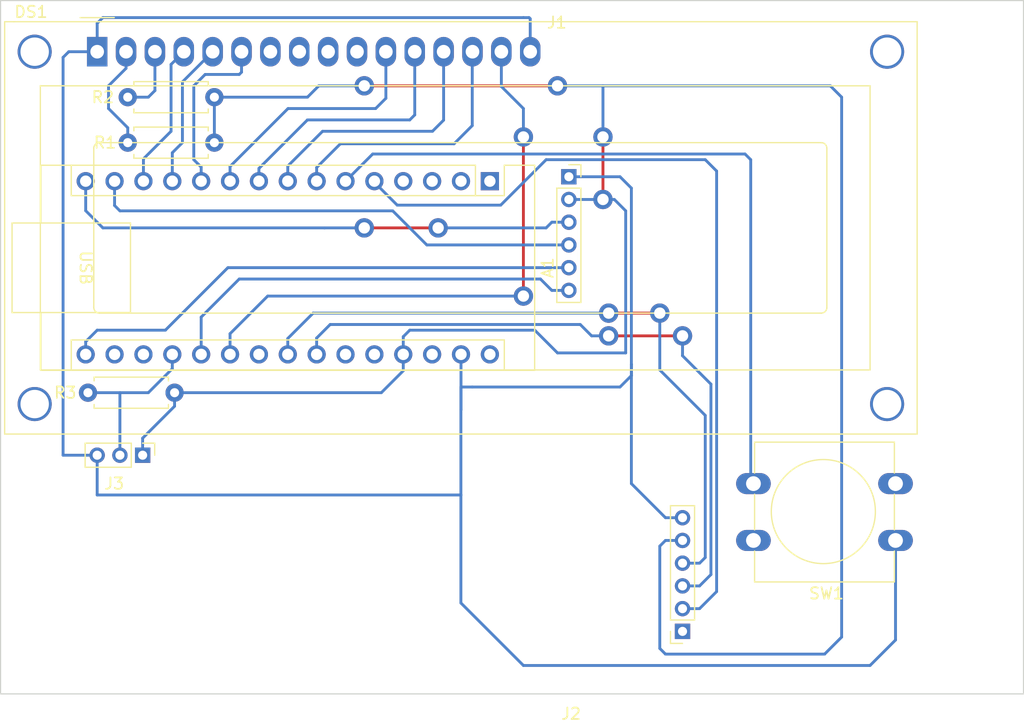
<source format=kicad_pcb>
(kicad_pcb (version 20221018) (generator pcbnew)
  (layers (0 "F.Cu" signal) (31 "B.Cu" signal) (34 "B.Paste" user) (35 "F.Paste" user) (36 "B.SilkS" user "B.Silkscreen") (37 "F.SilkS" user "F.Silkscreen") (38 "B.Mask" user) (39 "F.Mask" user) (44 "Edge.Cuts" user))
  (net 0 "")
  (net 4 "GND")
  (net 5 "SQW")
  (net 6 "Net-(A1-D3)")
  (net 7 "/LCD7")
  (net 8 "/LCD6")
  (net 9 "/LCD5")
  (net 10 "/LCD4")
  (net 11 "/LCDE")
  (net 12 "/LCDRW")
  (net 13 "/LCDRS")
  (net 14 "MOSI")
  (net 15 "MISO")
  (net 16 "SCK")
  (net 19 "/DHTDATA")
  (net 20 "CS")
  (net 21 "A02")
  (net 23 "SDA")
  (net 24 "SCL")
  (net 27 "+5V")
  (net 30 "Net-(DS1-VDD)")
  (net 31 "Net-(DS1-VO)")
  (footprint "Connector_PinSocket_2.00mm:PinSocket_1x06_P2.00mm_Vertical" (layer "F.Cu") (at 144 65)
    (fp_text reference "J1" (at -1.06 -13.56) (layer "F.SilkS"))
    (fp_text value "SD card module")
    (fp_line (start -1.06 1) (end -1.06 11.06) (stroke (width 0.12)) (layer "F.SilkS"))
    (fp_line (start -1.06 1) (end 1.06 1) (stroke (width 0.12)) (layer "F.SilkS"))
    (fp_line (start -1.06 11.06) (end 1.06 11.06) (stroke (width 0.12)) (layer "F.SilkS"))
    (fp_line (start 0 -1.06) (end 1.06 -1.06) (stroke (width 0.12)) (layer "F.SilkS"))
    (fp_line (start 1.06 -1.06) (end 1.06 0) (stroke (width 0.12)) (layer "F.SilkS"))
    (fp_line (start 1.06 1) (end 1.06 11.06) (stroke (width 0.12)) (layer "F.SilkS"))
    (pad "1" thru_hole rect (at 0 0) (size 1.35 1.35) (drill 0.8) (layers "*.Cu" "*.Mask") (net 4 "GND"))
    (pad "2" thru_hole oval (at 0 2) (size 1.35 1.35) (drill 0.8) (layers "*.Cu" "*.Mask") (net 27 "+5V"))
    (pad "3" thru_hole oval (at 0 4) (size 1.35 1.35) (drill 0.8) (layers "*.Cu" "*.Mask") (net 15 "MISO"))
    (pad "4" thru_hole oval (at 0 6) (size 1.35 1.35) (drill 0.8) (layers "*.Cu" "*.Mask") (net 14 "MOSI"))
    (pad "5" thru_hole oval (at 0 8) (size 1.35 1.35) (drill 0.8) (layers "*.Cu" "*.Mask") (net 16 "SCK"))
    (pad "6" thru_hole oval (at 0 10) (size 1.35 1.35) (drill 0.8) (layers "*.Cu" "*.Mask") (net 20 "CS"))
  )
  (footprint "Resistor_THT:R_Axial_DIN0207_L6.3mm_D2.5mm_P7.62mm_Horizontal" (layer "F.Cu") (at 112.81 58 180)
    (fp_text reference "R2" (at 9.81 0) (layer "F.SilkS"))
    (fp_text value "220")
    (fp_line (start 0.54 -1.37) (end 7.08 -1.37) (stroke (width 0.12)) (layer "F.SilkS"))
    (fp_line (start 0.54 -1.04) (end 0.54 -1.37) (stroke (width 0.12)) (layer "F.SilkS"))
    (fp_line (start 0.54 1.04) (end 0.54 1.37) (stroke (width 0.12)) (layer "F.SilkS"))
    (fp_line (start 0.54 1.37) (end 7.08 1.37) (stroke (width 0.12)) (layer "F.SilkS"))
    (fp_line (start 7.08 -1.37) (end 7.08 -1.04) (stroke (width 0.12)) (layer "F.SilkS"))
    (fp_line (start 7.08 1.37) (end 7.08 1.04) (stroke (width 0.12)) (layer "F.SilkS"))
    (pad "1" thru_hole circle (at 0 0 180) (size 1.6 1.6) (drill 0.8) (layers "*.Cu" "*.Mask") (net 27 "+5V"))
    (pad "2" thru_hole oval (at 7.62 0 180) (size 1.6 1.6) (drill 0.8) (layers "*.Cu" "*.Mask") (net 31 "Net-(DS1-VO)"))
  )
  (footprint "Module:Arduino_Nano" (layer "F.Cu") (at 137.05 65.39 -90)
    (fp_text reference "A1" (at 7.62 -5.08 90) (layer "F.SilkS"))
    (fp_text value "Arduino_Nano_v3.x")
    (fp_text user "USB" (at 7.62 35.56 -90 unlocked) (layer "F.SilkS"))
    (fp_line (start -1.4 -3.94) (end -1.4 -1.27) (stroke (width 0.12)) (layer "F.SilkS"))
    (fp_line (start -1.4 1.27) (end -1.4 39.5) (stroke (width 0.12)) (layer "F.SilkS"))
    (fp_line (start -1.4 39.5) (end 3.68 39.5) (stroke (width 0.12)) (layer "F.SilkS"))
    (fp_line (start 1.27 -1.27) (end -1.4 -1.27) (stroke (width 0.12)) (layer "F.SilkS"))
    (fp_line (start 1.27 1.27) (end -1.4 1.27) (stroke (width 0.12)) (layer "F.SilkS"))
    (fp_line (start 1.27 1.27) (end 1.27 -1.27) (stroke (width 0.12)) (layer "F.SilkS"))
    (fp_line (start 1.27 1.27) (end 1.27 36.83) (stroke (width 0.12)) (layer "F.SilkS"))
    (fp_line (start 1.27 36.83) (end -1.4 36.83) (stroke (width 0.12)) (layer "F.SilkS"))
    (fp_line (start 3.68 31.62) (end 11.56 31.62) (stroke (width 0.12)) (layer "F.SilkS"))
    (fp_line (start 3.68 42.04) (end 3.68 31.62) (stroke (width 0.12)) (layer "F.SilkS"))
    (fp_line (start 11.56 31.62) (end 11.56 42.04) (stroke (width 0.12)) (layer "F.SilkS"))
    (fp_line (start 11.56 42.04) (end 3.68 42.04) (stroke (width 0.12)) (layer "F.SilkS"))
    (fp_line (start 13.97 -1.27) (end 13.97 36.83) (stroke (width 0.12)) (layer "F.SilkS"))
    (fp_line (start 13.97 -1.27) (end 16.64 -1.27) (stroke (width 0.12)) (layer "F.SilkS"))
    (fp_line (start 13.97 36.83) (end 16.64 36.83) (stroke (width 0.12)) (layer "F.SilkS"))
    (fp_line (start 16.64 -3.94) (end -1.4 -3.94) (stroke (width 0.12)) (layer "F.SilkS"))
    (fp_line (start 16.64 39.5) (end 11.56 39.5) (stroke (width 0.12)) (layer "F.SilkS"))
    (fp_line (start 16.64 39.5) (end 16.64 -3.94) (stroke (width 0.12)) (layer "F.SilkS"))
    (pad "1" thru_hole rect (at 0 0 270) (size 1.6 1.6) (drill 1) (layers "*.Cu" "*.Mask"))
    (pad "2" thru_hole oval (at 0 2.54 270) (size 1.6 1.6) (drill 1) (layers "*.Cu" "*.Mask"))
    (pad "3" thru_hole oval (at 0 5.08 270) (size 1.6 1.6) (drill 1) (layers "*.Cu" "*.Mask"))
    (pad "4" thru_hole oval (at 0 7.62 270) (size 1.6 1.6) (drill 1) (layers "*.Cu" "*.Mask"))
    (pad "5" thru_hole oval (at 0 10.16 270) (size 1.6 1.6) (drill 1) (layers "*.Cu" "*.Mask") (net 5 "SQW"))
    (pad "6" thru_hole oval (at 0 12.7 270) (size 1.6 1.6) (drill 1) (layers "*.Cu" "*.Mask") (net 6 "Net-(A1-D3)"))
    (pad "7" thru_hole oval (at 0 15.24 270) (size 1.6 1.6) (drill 1) (layers "*.Cu" "*.Mask") (net 7 "/LCD7"))
    (pad "8" thru_hole oval (at 0 17.78 270) (size 1.6 1.6) (drill 1) (layers "*.Cu" "*.Mask") (net 8 "/LCD6"))
    (pad "9" thru_hole oval (at 0 20.32 270) (size 1.6 1.6) (drill 1) (layers "*.Cu" "*.Mask") (net 9 "/LCD5"))
    (pad "10" thru_hole oval (at 0 22.86 270) (size 1.6 1.6) (drill 1) (layers "*.Cu" "*.Mask") (net 10 "/LCD4"))
    (pad "11" thru_hole oval (at 0 25.4 270) (size 1.6 1.6) (drill 1) (layers "*.Cu" "*.Mask") (net 11 "/LCDE"))
    (pad "12" thru_hole oval (at 0 27.94 270) (size 1.6 1.6) (drill 1) (layers "*.Cu" "*.Mask") (net 12 "/LCDRW"))
    (pad "13" thru_hole oval (at 0 30.48 270) (size 1.6 1.6) (drill 1) (layers "*.Cu" "*.Mask") (net 13 "/LCDRS"))
    (pad "14" thru_hole oval (at 0 33.02 270) (size 1.6 1.6) (drill 1) (layers "*.Cu" "*.Mask") (net 14 "MOSI"))
    (pad "15" thru_hole oval (at 0 35.56 270) (size 1.6 1.6) (drill 1) (layers "*.Cu" "*.Mask") (net 15 "MISO"))
    (pad "16" thru_hole oval (at 15.24 35.56 270) (size 1.6 1.6) (drill 1) (layers "*.Cu" "*.Mask") (net 16 "SCK"))
    (pad "17" thru_hole oval (at 15.24 33.02 270) (size 1.6 1.6) (drill 1) (layers "*.Cu" "*.Mask"))
    (pad "18" thru_hole oval (at 15.24 30.48 270) (size 1.6 1.6) (drill 1) (layers "*.Cu" "*.Mask"))
    (pad "19" thru_hole oval (at 15.24 27.94 270) (size 1.6 1.6) (drill 1) (layers "*.Cu" "*.Mask") (net 19 "/DHTDATA"))
    (pad "20" thru_hole oval (at 15.24 25.4 270) (size 1.6 1.6) (drill 1) (layers "*.Cu" "*.Mask") (net 20 "CS"))
    (pad "21" thru_hole oval (at 15.24 22.86 270) (size 1.6 1.6) (drill 1) (layers "*.Cu" "*.Mask") (net 21 "A02"))
    (pad "22" thru_hole oval (at 15.24 20.32 270) (size 1.6 1.6) (drill 1) (layers "*.Cu" "*.Mask"))
    (pad "23" thru_hole oval (at 15.24 17.78 270) (size 1.6 1.6) (drill 1) (layers "*.Cu" "*.Mask") (net 23 "SDA"))
    (pad "24" thru_hole oval (at 15.24 15.24 270) (size 1.6 1.6) (drill 1) (layers "*.Cu" "*.Mask") (net 24 "SCL"))
    (pad "25" thru_hole oval (at 15.24 12.7 270) (size 1.6 1.6) (drill 1) (layers "*.Cu" "*.Mask"))
    (pad "26" thru_hole oval (at 15.24 10.16 270) (size 1.6 1.6) (drill 1) (layers "*.Cu" "*.Mask"))
    (pad "27" thru_hole oval (at 15.24 7.62 270) (size 1.6 1.6) (drill 1) (layers "*.Cu" "*.Mask") (net 27 "+5V"))
    (pad "28" thru_hole oval (at 15.24 5.08 270) (size 1.6 1.6) (drill 1) (layers "*.Cu" "*.Mask"))
    (pad "29" thru_hole oval (at 15.24 2.54 270) (size 1.6 1.6) (drill 1) (layers "*.Cu" "*.Mask") (net 4 "GND"))
    (pad "30" thru_hole oval (at 15.24 0 270) (size 1.6 1.6) (drill 1) (layers "*.Cu" "*.Mask"))
  )
  (footprint "Resistor_THT:R_Axial_DIN0207_L6.3mm_D2.5mm_P7.62mm_Horizontal" (layer "F.Cu") (at 109.31 84 180)
    (fp_text reference "R3" (at 9.62 0) (layer "F.SilkS"))
    (fp_text value "10K")
    (fp_line (start 0.54 -1.37) (end 7.08 -1.37) (stroke (width 0.12)) (layer "F.SilkS"))
    (fp_line (start 0.54 -1.04) (end 0.54 -1.37) (stroke (width 0.12)) (layer "F.SilkS"))
    (fp_line (start 0.54 1.04) (end 0.54 1.37) (stroke (width 0.12)) (layer "F.SilkS"))
    (fp_line (start 0.54 1.37) (end 7.08 1.37) (stroke (width 0.12)) (layer "F.SilkS"))
    (fp_line (start 7.08 -1.37) (end 7.08 -1.04) (stroke (width 0.12)) (layer "F.SilkS"))
    (fp_line (start 7.08 1.37) (end 7.08 1.04) (stroke (width 0.12)) (layer "F.SilkS"))
    (pad "1" thru_hole circle (at 0 0 180) (size 1.6 1.6) (drill 0.8) (layers "*.Cu" "*.Mask") (net 27 "+5V"))
    (pad "2" thru_hole oval (at 7.62 0 180) (size 1.6 1.6) (drill 0.8) (layers "*.Cu" "*.Mask") (net 19 "/DHTDATA"))
  )
  (footprint "Display:WC1602A" (layer "F.Cu") (at 102.50052 53.9993)
    (fp_text reference "DS1" (at -5.82 -3.4993) (layer "F.SilkS"))
    (fp_text value "WC1602A")
    (fp_line (start -8.14 -2.64) (end -8.14 33.64) (stroke (width 0.12)) (layer "F.SilkS"))
    (fp_line (start -8.14 33.64) (end 72.14 33.64) (stroke (width 0.12)) (layer "F.SilkS"))
    (fp_line (start -8.13 -2.64) (end -7.34 -2.64) (stroke (width 0.12)) (layer "F.SilkS"))
    (fp_line (start -5 3) (end 68 3) (stroke (width 0.12)) (layer "F.SilkS"))
    (fp_line (start -5 28) (end -5 3) (stroke (width 0.12)) (layer "F.SilkS"))
    (fp_line (start -1.5 -3) (end 1.5 -3) (stroke (width 0.12)) (layer "F.SilkS"))
    (fp_line (start -0.29972 22.49932) (end -0.29972 8.5) (stroke (width 0.12)) (layer "F.SilkS"))
    (fp_line (start 0.2 8) (end 63.7 8) (stroke (width 0.12)) (layer "F.SilkS"))
    (fp_line (start 63.70066 23) (end 0.2 23) (stroke (width 0.12)) (layer "F.SilkS"))
    (fp_line (start 64.2 8.5) (end 64.2 22.5) (stroke (width 0.12)) (layer "F.SilkS"))
    (fp_line (start 68 3) (end 68 28) (stroke (width 0.12)) (layer "F.SilkS"))
    (fp_line (start 68 28) (end -5 28) (stroke (width 0.12)) (layer "F.SilkS"))
    (fp_line (start 72.14 -2.64) (end -7.34 -2.64) (stroke (width 0.12)) (layer "F.SilkS"))
    (fp_line (start 72.14 33.64) (end 72.14 -2.64) (stroke (width 0.12)) (layer "F.SilkS"))
    (fp_arc (start -0.29972 8.49884) (mid -0.153162 8.145018) (end 0.20066 7.99846) (stroke (width 0.12)) (layer "F.SilkS"))
    (fp_arc (start 0.20066 22.9997) (mid -0.153162 22.853142) (end -0.29972 22.49932) (stroke (width 0.12)) (layer "F.SilkS"))
    (fp_arc (start 63.7 8) (mid 64.053553 8.146447) (end 64.2 8.5) (stroke (width 0.12)) (layer "F.SilkS"))
    (fp_arc (start 64.20104 22.49932) (mid 64.054479 22.85315) (end 63.70066 22.9997) (stroke (width 0.12)) (layer "F.SilkS"))
    (pad "" thru_hole circle (at -5.4991 0) (size 3 3) (drill 2.5) (layers "*.Cu" "*.Mask"))
    (pad "" thru_hole circle (at -5.4991 31.0007) (size 3 3) (drill 2.5) (layers "*.Cu" "*.Mask"))
    (pad "" thru_hole circle (at 69.49948 31.0007) (size 3 3) (drill 2.5) (layers "*.Cu" "*.Mask"))
    (pad "" thru_hole circle (at 69.5 0) (size 3 3) (drill 2.5) (layers "*.Cu" "*.Mask"))
    (pad "1" thru_hole rect (at 0 0) (size 1.8 2.6) (drill 1.2) (layers "*.Cu" "*.Mask") (net 4 "GND"))
    (pad "2" thru_hole oval (at 2.54 0) (size 1.8 2.6) (drill 1.2) (layers "*.Cu" "*.Mask") (net 30 "Net-(DS1-VDD)"))
    (pad "3" thru_hole oval (at 5.08 0) (size 1.8 2.6) (drill 1.2) (layers "*.Cu" "*.Mask") (net 31 "Net-(DS1-VO)"))
    (pad "4" thru_hole oval (at 7.62 0) (size 1.8 2.6) (drill 1.2) (layers "*.Cu" "*.Mask") (net 13 "/LCDRS"))
    (pad "5" thru_hole oval (at 10.16 0) (size 1.8 2.6) (drill 1.2) (layers "*.Cu" "*.Mask") (net 12 "/LCDRW"))
    (pad "6" thru_hole oval (at 12.7 0) (size 1.8 2.6) (drill 1.2) (layers "*.Cu" "*.Mask") (net 11 "/LCDE"))
    (pad "7" thru_hole oval (at 15.24 0) (size 1.8 2.6) (drill 1.2) (layers "*.Cu" "*.Mask"))
    (pad "8" thru_hole oval (at 17.78 0) (size 1.8 2.6) (drill 1.2) (layers "*.Cu" "*.Mask"))
    (pad "9" thru_hole oval (at 20.32 0) (size 1.8 2.6) (drill 1.2) (layers "*.Cu" "*.Mask"))
    (pad "10" thru_hole oval (at 22.86 0) (size 1.8 2.6) (drill 1.2) (layers "*.Cu" "*.Mask"))
    (pad "11" thru_hole oval (at 25.4 0) (size 1.8 2.6) (drill 1.2) (layers "*.Cu" "*.Mask") (net 10 "/LCD4"))
    (pad "12" thru_hole oval (at 27.94 0) (size 1.8 2.6) (drill 1.2) (layers "*.Cu" "*.Mask") (net 9 "/LCD5"))
    (pad "13" thru_hole oval (at 30.48 0) (size 1.8 2.6) (drill 1.2) (layers "*.Cu" "*.Mask") (net 8 "/LCD6"))
    (pad "14" thru_hole oval (at 33.02 0) (size 1.8 2.6) (drill 1.2) (layers "*.Cu" "*.Mask") (net 7 "/LCD7"))
    (pad "15" thru_hole oval (at 35.56 0) (size 1.8 2.6) (drill 1.2) (layers "*.Cu" "*.Mask") (net 21 "A02"))
    (pad "16" thru_hole oval (at 38.1 0) (size 1.8 2.6) (drill 1.2) (layers "*.Cu" "*.Mask") (net 4 "GND"))
  )
  (footprint "Connector_PinSocket_2.00mm:PinSocket_1x06_P2.00mm_Vertical" (layer "F.Cu") (at 154 105 180)
    (fp_text reference "J2" (at 9.8 -7.25) (layer "F.SilkS"))
    (fp_text value "RTC module")
    (fp_line (start -1.06 1) (end -1.06 11.06) (stroke (width 0.12)) (layer "F.SilkS"))
    (fp_line (start -1.06 1) (end 1.06 1) (stroke (width 0.12)) (layer "F.SilkS"))
    (fp_line (start -1.06 11.06) (end 1.06 11.06) (stroke (width 0.12)) (layer "F.SilkS"))
    (fp_line (start 0 -1.06) (end 1.06 -1.06) (stroke (width 0.12)) (layer "F.SilkS"))
    (fp_line (start 1.06 -1.06) (end 1.06 0) (stroke (width 0.12)) (layer "F.SilkS"))
    (fp_line (start 1.06 1) (end 1.06 11.06) (stroke (width 0.12)) (layer "F.SilkS"))
    (pad "1" thru_hole rect (at 0 0 180) (size 1.35 1.35) (drill 0.8) (layers "*.Cu" "*.Mask"))
    (pad "2" thru_hole oval (at 0 2 180) (size 1.35 1.35) (drill 0.8) (layers "*.Cu" "*.Mask") (net 5 "SQW"))
    (pad "3" thru_hole oval (at 0 4 180) (size 1.35 1.35) (drill 0.8) (layers "*.Cu" "*.Mask") (net 24 "SCL"))
    (pad "4" thru_hole oval (at 0 6 180) (size 1.35 1.35) (drill 0.8) (layers "*.Cu" "*.Mask") (net 23 "SDA"))
    (pad "5" thru_hole oval (at 0 8 180) (size 1.35 1.35) (drill 0.8) (layers "*.Cu" "*.Mask") (net 27 "+5V"))
    (pad "6" thru_hole oval (at 0 10 180) (size 1.35 1.35) (drill 0.8) (layers "*.Cu" "*.Mask") (net 4 "GND"))
  )
  (footprint "Connector_PinHeader_2.00mm:PinHeader_1x03_P2.00mm_Vertical" (layer "F.Cu") (at 106.5 89.5 -90)
    (fp_text reference "J3" (at 2.5 2.5) (layer "F.SilkS"))
    (fp_text value "DHT")
    (fp_line (start -1.06 -1.06) (end 0 -1.06) (stroke (width 0.12)) (layer "F.SilkS"))
    (fp_line (start -1.06 0) (end -1.06 -1.06) (stroke (width 0.12)) (layer "F.SilkS"))
    (fp_line (start -1.06 1) (end -1.06 5.06) (stroke (width 0.12)) (layer "F.SilkS"))
    (fp_line (start -1.06 1) (end 1.06 1) (stroke (width 0.12)) (layer "F.SilkS"))
    (fp_line (start -1.06 5.06) (end 1.06 5.06) (stroke (width 0.12)) (layer "F.SilkS"))
    (fp_line (start 1.06 1) (end 1.06 5.06) (stroke (width 0.12)) (layer "F.SilkS"))
    (pad "1" thru_hole rect (at 0 0 270) (size 1.35 1.35) (drill 0.8) (layers "*.Cu" "*.Mask") (net 27 "+5V"))
    (pad "2" thru_hole oval (at 0 2 270) (size 1.35 1.35) (drill 0.8) (layers "*.Cu" "*.Mask") (net 19 "/DHTDATA"))
    (pad "3" thru_hole oval (at 0 4 270) (size 1.35 1.35) (drill 0.8) (layers "*.Cu" "*.Mask") (net 4 "GND"))
  )
  (footprint "Button_Switch_THT:SW_PUSH-12mm" (layer "F.Cu") (at 172.74 97 180)
    (fp_text reference "SW1" (at 6.08 -4.66 180) (layer "F.SilkS"))
    (fp_text value "SW_Push")
    (fp_line (start 0.1 -3.65) (end 12.4 -3.65) (stroke (width 0.12)) (layer "F.SilkS"))
    (fp_line (start 0.1 -0.93) (end 0.1 -3.65) (stroke (width 0.12)) (layer "F.SilkS"))
    (fp_line (start 0.1 4.07) (end 0.1 0.93) (stroke (width 0.12)) (layer "F.SilkS"))
    (fp_line (start 0.1 8.65) (end 0.1 5.93) (stroke (width 0.12)) (layer "F.SilkS"))
    (fp_line (start 12.4 -3.65) (end 12.4 -0.93) (stroke (width 0.12)) (layer "F.SilkS"))
    (fp_line (start 12.4 0.93) (end 12.4 4.07) (stroke (width 0.12)) (layer "F.SilkS"))
    (fp_line (start 12.4 5.93) (end 12.4 8.65) (stroke (width 0.12)) (layer "F.SilkS"))
    (fp_line (start 12.4 8.65) (end 0.1 8.65) (stroke (width 0.12)) (layer "F.SilkS"))
    (fp_circle (center 6.35 2.54) (end 10.16 5.08) (stroke (width 0.12)) (fill none) (layer "F.SilkS"))
    (pad "1" thru_hole oval (at 0 0 180) (size 3.048 1.85) (drill 1.3) (layers "*.Cu" "*.Mask") (net 4 "GND"))
    (pad "1" thru_hole oval (at 12.5 0 180) (size 3.048 1.85) (drill 1.3) (layers "*.Cu" "*.Mask") (net 4 "GND"))
    (pad "2" thru_hole oval (at 0 5 180) (size 3.048 1.85) (drill 1.3) (layers "*.Cu" "*.Mask") (net 6 "Net-(A1-D3)"))
    (pad "2" thru_hole oval (at 12.5 5 180) (size 3.048 1.85) (drill 1.3) (layers "*.Cu" "*.Mask") (net 6 "Net-(A1-D3)"))
  )
  (footprint "Resistor_THT:R_Axial_DIN0207_L6.3mm_D2.5mm_P7.62mm_Horizontal" (layer "F.Cu") (at 112.81 62 180)
    (fp_text reference "R1" (at 9.62 0) (layer "F.SilkS"))
    (fp_text value "1K")
    (fp_line (start 0.54 -1.37) (end 7.08 -1.37) (stroke (width 0.12)) (layer "F.SilkS"))
    (fp_line (start 0.54 -1.04) (end 0.54 -1.37) (stroke (width 0.12)) (layer "F.SilkS"))
    (fp_line (start 0.54 1.04) (end 0.54 1.37) (stroke (width 0.12)) (layer "F.SilkS"))
    (fp_line (start 0.54 1.37) (end 7.08 1.37) (stroke (width 0.12)) (layer "F.SilkS"))
    (fp_line (start 7.08 -1.37) (end 7.08 -1.04) (stroke (width 0.12)) (layer "F.SilkS"))
    (fp_line (start 7.08 1.37) (end 7.08 1.04) (stroke (width 0.12)) (layer "F.SilkS"))
    (pad "1" thru_hole circle (at 0 0 180) (size 1.6 1.6) (drill 0.8) (layers "*.Cu" "*.Mask") (net 27 "+5V"))
    (pad "2" thru_hole oval (at 7.62 0 180) (size 1.6 1.6) (drill 0.8) (layers "*.Cu" "*.Mask") (net 30 "Net-(DS1-VDD)"))
  )
  (gr_rect (start 94 49.5) (end 184 110.5) (stroke (width 0.1)) (fill none) (layer "Edge.Cuts"))
  (segment (start 148.5 83.5) (end 149.5 82.5) (width 0.25) (layer "B.Cu") (net 4))
  (segment (start 170.5 108) (end 140 108) (width 0.25) (layer "B.Cu") (net 4))
  (segment (start 102.5 93) (end 134.5 93) (width 0.25) (layer "B.Cu") (net 4))
  (segment (start 134.5 102.5) (end 134.5 93) (width 0.25) (layer "B.Cu") (net 4))
  (segment (start 140 108) (end 134.5 102.5) (width 0.25) (layer "B.Cu") (net 4))
  (segment (start 134.51 80.63) (end 134.51 83.5) (width 0.25) (layer "B.Cu") (net 4))
  (segment (start 140.60052 51.10052) (end 140.60052 53.9993) (width 0.25) (layer "B.Cu") (net 4))
  (segment (start 152.5 95) (end 149.5 92) (width 0.25) (layer "B.Cu") (net 4))
  (segment (start 140.5 51) (end 140.60052 51.10052) (width 0.25) (layer "B.Cu") (net 4))
  (segment (start 134.51 83.5) (end 135.5 83.5) (width 0.25) (layer "B.Cu") (net 4))
  (segment (start 134.5 93) (end 134.5 85.5) (width 0.25) (layer "B.Cu") (net 4))
  (segment (start 140 51) (end 140.5 51) (width 0.25) (layer "B.Cu") (net 4))
  (segment (start 103 51) (end 140 51) (width 0.25) (layer "B.Cu") (net 4))
  (segment (start 99.5 54.5) (end 99.5 89.5) (width 0.25) (layer "B.Cu") (net 4))
  (segment (start 172.74 105.76) (end 170.5 108) (width 0.25) (layer "B.Cu") (net 4))
  (segment (start 149.5 66) (end 148.5 65) (width 0.25) (layer "B.Cu") (net 4))
  (segment (start 102.5 89.5) (end 102.5 93) (width 0.25) (layer "B.Cu") (net 4))
  (segment (start 135.5 83.5) (end 148.5 83.5) (width 0.25) (layer "B.Cu") (net 4))
  (segment (start 149.5 81.5) (end 149.5 66) (width 0.25) (layer "B.Cu") (net 4))
  (segment (start 149.5 92) (end 149.5 81.5) (width 0.25) (layer "B.Cu") (net 4))
  (segment (start 102.50052 53.9993) (end 102.50052 51.49948) (width 0.25) (layer "B.Cu") (net 4))
  (segment (start 154 95) (end 152.5 95) (width 0.25) (layer "B.Cu") (net 4))
  (segment (start 134.51 83.5) (end 134.51 85.49) (width 0.25) (layer "B.Cu") (net 4))
  (segment (start 102.5 89.5) (end 99.5 89.5) (width 0.25) (layer "B.Cu") (net 4))
  (segment (start 134.51 85.49) (end 134.5 85.5) (width 0.25) (layer "B.Cu") (net 4))
  (segment (start 100.0007 53.9993) (end 99.5 54.5) (width 0.25) (layer "B.Cu") (net 4))
  (segment (start 134.5 83.51) (end 134.51 83.5) (width 0.25) (layer "B.Cu") (net 4))
  (segment (start 102.50052 53.9993) (end 100.0007 53.9993) (width 0.25) (layer "B.Cu") (net 4))
  (segment (start 102.50052 51.49948) (end 103 51) (width 0.25) (layer "B.Cu") (net 4))
  (segment (start 149.5 82.5) (end 149.5 81.5) (width 0.25) (layer "B.Cu") (net 4))
  (segment (start 148.5 65) (end 144 65) (width 0.25) (layer "B.Cu") (net 4))
  (segment (start 134.5 85.5) (end 134.5 83.51) (width 0.25) (layer "B.Cu") (net 4))
  (segment (start 172.74 97) (end 172.74 105.76) (width 0.25) (layer "B.Cu") (net 4))
  (segment (start 142 63.5) (end 138 67.5) (width 0.25) (layer "B.Cu") (net 5))
  (segment (start 128.9 67.5) (end 126.89 65.49) (width 0.25) (layer "B.Cu") (net 5))
  (segment (start 155.5 103) (end 157 101.5) (width 0.25) (layer "B.Cu") (net 5))
  (segment (start 156 63.5) (end 142 63.5) (width 0.25) (layer "B.Cu") (net 5))
  (segment (start 157 101.5) (end 157 64.5) (width 0.25) (layer "B.Cu") (net 5))
  (segment (start 126.89 65.49) (end 126.89 65.39) (width 0.25) (layer "B.Cu") (net 5))
  (segment (start 138 67.5) (end 128.9 67.5) (width 0.25) (layer "B.Cu") (net 5))
  (segment (start 154 103) (end 155.5 103) (width 0.25) (layer "B.Cu") (net 5))
  (segment (start 157 64.5) (end 156 63.5) (width 0.25) (layer "B.Cu") (net 5))
  (segment (start 160 63.5) (end 159.5 63) (width 0.25) (layer "B.Cu") (net 6))
  (segment (start 160 91.76) (end 160 63.5) (width 0.25) (layer "B.Cu") (net 6))
  (segment (start 159.5 63) (end 126.74 63) (width 0.25) (layer "B.Cu") (net 6))
  (segment (start 160.24 92) (end 160 91.76) (width 0.25) (layer "B.Cu") (net 6))
  (segment (start 126.74 63) (end 124.35 65.39) (width 0.25) (layer "B.Cu") (net 6))
  (segment (start 135.52052 53.9993) (end 135.5 54.01982) (width 0.25) (layer "B.Cu") (net 7))
  (segment (start 133.90045 62.09955) (end 123.90045 62.09955) (width 0.25) (layer "B.Cu") (net 7))
  (segment (start 121.81 64.19) (end 121.81 65.39) (width 0.25) (layer "B.Cu") (net 7))
  (segment (start 135.5 54.01982) (end 135.5 60.5) (width 0.25) (layer "B.Cu") (net 7))
  (segment (start 135.5 60.5) (end 133.90045 62.09955) (width 0.25) (layer "B.Cu") (net 7))
  (segment (start 123.90045 62.09955) (end 121.81 64.19) (width 0.25) (layer "B.Cu") (net 7))
  (segment (start 132.98052 60.01948) (end 132 61) (width 0.25) (layer "B.Cu") (net 8))
  (segment (start 122.33 61) (end 119.27 64.06) (width 0.25) (layer "B.Cu") (net 8))
  (segment (start 119.27 64.06) (end 119.27 65.39) (width 0.25) (layer "B.Cu") (net 8))
  (segment (start 132 61) (end 122.33 61) (width 0.25) (layer "B.Cu") (net 8))
  (segment (start 132.98052 53.9993) (end 132.98052 60.01948) (width 0.25) (layer "B.Cu") (net 8))
  (segment (start 130.44052 59.55948) (end 130 60) (width 0.25) (layer "B.Cu") (net 9))
  (segment (start 130.44052 53.9993) (end 130.44052 59.55948) (width 0.25) (layer "B.Cu") (net 9))
  (segment (start 121 60) (end 116.73 64.27) (width 0.25) (layer "B.Cu") (net 9))
  (segment (start 130 60) (end 121 60) (width 0.25) (layer "B.Cu") (net 9))
  (segment (start 116.73 64.27) (end 116.73 65.39) (width 0.25) (layer "B.Cu") (net 9))
  (segment (start 119.29 59) (end 114.19 64.1) (width 0.25) (layer "B.Cu") (net 10))
  (segment (start 127.90052 58.09948) (end 127 59) (width 0.25) (layer "B.Cu") (net 10))
  (segment (start 114.19 64.1) (end 114.19 65.39) (width 0.25) (layer "B.Cu") (net 10))
  (segment (start 127 59) (end 119.29 59) (width 0.25) (layer "B.Cu") (net 10))
  (segment (start 127.90052 53.9993) (end 127.90052 58.09948) (width 0.25) (layer "B.Cu") (net 10))
  (segment (start 115 56) (end 112 56) (width 0.25) (layer "B.Cu") (net 11))
  (segment (start 115.20052 53.9993) (end 115.20052 55.79948) (width 0.25) (layer "B.Cu") (net 11))
  (segment (start 115.20052 55.79948) (end 115 56) (width 0.25) (layer "B.Cu") (net 11))
  (segment (start 111 63.5) (end 111.65 64.15) (width 0.25) (layer "B.Cu") (net 11))
  (segment (start 111 57) (end 111 63.5) (width 0.25) (layer "B.Cu") (net 11))
  (segment (start 112 56) (end 111 57) (width 0.25) (layer "B.Cu") (net 11))
  (segment (start 111.65 64.15) (end 111.65 65.39) (width 0.25) (layer "B.Cu") (net 11))
  (segment (start 109.11 65.39) (end 109.11 62.89) (width 0.25) (layer "B.Cu") (net 12))
  (segment (start 110 56.65982) (end 112.66052 53.9993) (width 0.25) (layer "B.Cu") (net 12))
  (segment (start 110 62) (end 110 56.65982) (width 0.25) (layer "B.Cu") (net 12))
  (segment (start 109.11 62.89) (end 110 62) (width 0.25) (layer "B.Cu") (net 12))
  (segment (start 109 55.11982) (end 110.12052 53.9993) (width 0.25) (layer "B.Cu") (net 13))
  (segment (start 106.57 65.39) (end 106.57 63.43) (width 0.25) (layer "B.Cu") (net 13))
  (segment (start 109 61) (end 109 55.11982) (width 0.25) (layer "B.Cu") (net 13))
  (segment (start 106.57 63.43) (end 109 61) (width 0.25) (layer "B.Cu") (net 13))
  (segment (start 128.5 68) (end 104.5 68) (width 0.25) (layer "B.Cu") (net 14))
  (segment (start 144 71) (end 131.5 71) (width 0.25) (layer "B.Cu") (net 14))
  (segment (start 104.5 68) (end 104.03 67.53) (width 0.25) (layer "B.Cu") (net 14))
  (segment (start 104.03 67.53) (end 104.03 65.39) (width 0.25) (layer "B.Cu") (net 14))
  (segment (start 131.5 71) (end 128.5 68) (width 0.25) (layer "B.Cu") (net 14))
  (segment (start 126 69.5) (end 132.5 69.5) (width 0.25) (layer "F.Cu") (net 15))
  (via (at 132.5 69.5) (size 1.7) (drill 1) (layers "F.Cu" "B.Cu") (net 15))
  (via (at 126 69.5) (size 1.7) (drill 1) (layers "F.Cu" "B.Cu") (net 15))
  (segment (start 142 69.5) (end 132.5 69.5) (width 0.25) (layer "B.Cu") (net 15))
  (segment (start 101.49 67.99) (end 101.49 65.39) (width 0.25) (layer "B.Cu") (net 15))
  (segment (start 144 69) (end 142.5 69) (width 0.25) (layer "B.Cu") (net 15))
  (segment (start 103 69.5) (end 101.49 67.99) (width 0.25) (layer "B.Cu") (net 15))
  (segment (start 122.5 69.5) (end 103 69.5) (width 0.25) (layer "B.Cu") (net 15))
  (segment (start 122.5 69.5) (end 126 69.5) (width 0.25) (layer "B.Cu") (net 15))
  (segment (start 142.5 69) (end 142 69.5) (width 0.25) (layer "B.Cu") (net 15))
  (segment (start 114 73) (end 108.5 78.5) (width 0.25) (layer "B.Cu") (net 16))
  (segment (start 102.5 78.5) (end 101.49 79.51) (width 0.25) (layer "B.Cu") (net 16))
  (segment (start 108.5 78.5) (end 102.5 78.5) (width 0.25) (layer "B.Cu") (net 16))
  (segment (start 144 73) (end 114 73) (width 0.25) (layer "B.Cu") (net 16))
  (segment (start 101.49 79.51) (end 101.49 80.63) (width 0.25) (layer "B.Cu") (net 16))
  (segment (start 109.11 80.63) (end 109.11 81.89) (width 0.25) (layer "B.Cu") (net 19))
  (segment (start 107 84) (end 101.69 84) (width 0.25) (layer "B.Cu") (net 19))
  (segment (start 109.11 81.89) (end 107 84) (width 0.25) (layer "B.Cu") (net 19))
  (segment (start 104.5 89.5) (end 104.5 84) (width 0.25) (layer "B.Cu") (net 19))
  (segment (start 111.65 77.35) (end 115 74) (width 0.25) (layer "B.Cu") (net 20))
  (segment (start 141.5 74) (end 142.5 75) (width 0.25) (layer "B.Cu") (net 20))
  (segment (start 111.65 80.63) (end 111.65 77.35) (width 0.25) (layer "B.Cu") (net 20))
  (segment (start 142.5 75) (end 144 75) (width 0.25) (layer "B.Cu") (net 20))
  (segment (start 115 74) (end 141.5 74) (width 0.25) (layer "B.Cu") (net 20))
  (segment (start 140 61.5) (end 140 75.5) (width 0.25) (layer "F.Cu") (net 21))
  (via (at 140 75.5) (size 1.7) (drill 1) (layers "F.Cu" "B.Cu") (net 21))
  (via (at 140 61.5) (size 1.7) (drill 1) (layers "F.Cu" "B.Cu") (net 21))
  (segment (start 138.06052 53.9993) (end 138.06052 57.06052) (width 0.25) (layer "B.Cu") (net 21))
  (segment (start 140 75.5) (end 117.5 75.5) (width 0.25) (layer "B.Cu") (net 21))
  (segment (start 117.5 75.5) (end 114.19 78.81) (width 0.25) (layer "B.Cu") (net 21))
  (segment (start 138.06052 57.06052) (end 139 58) (width 0.25) (layer "B.Cu") (net 21))
  (segment (start 114.19 78.81) (end 114.19 80.63) (width 0.25) (layer "B.Cu") (net 21))
  (segment (start 140 59) (end 140 61.5) (width 0.25) (layer "B.Cu") (net 21))
  (segment (start 139 58) (end 140 59) (width 0.25) (layer "B.Cu") (net 21))
  (segment (start 152 77) (end 147.5 77) (width 0.25) (layer "F.Cu") (net 23))
  (via (at 152 77) (size 1.7) (drill 1) (layers "F.Cu" "B.Cu") (net 23))
  (via (at 147.5 77) (size 1.7) (drill 1) (layers "F.Cu" "B.Cu") (net 23))
  (segment (start 155.5 99) (end 154 99) (width 0.25) (layer "B.Cu") (net 23))
  (segment (start 156 98.5) (end 155.5 99) (width 0.25) (layer "B.Cu") (net 23))
  (segment (start 119.27 79.23) (end 119.27 80.63) (width 0.25) (layer "B.Cu") (net 23))
  (segment (start 152 77) (end 152 82) (width 0.25) (layer "B.Cu") (net 23))
  (segment (start 121.5 77) (end 119.27 79.23) (width 0.25) (layer "B.Cu") (net 23))
  (segment (start 156 86) (end 156 98.5) (width 0.25) (layer "B.Cu") (net 23))
  (segment (start 147.5 77) (end 121.5 77) (width 0.25) (layer "B.Cu") (net 23))
  (segment (start 152 82) (end 156 86) (width 0.25) (layer "B.Cu") (net 23))
  (segment (start 154 79) (end 147.5 79) (width 0.25) (layer "F.Cu") (net 24))
  (via (at 154 79) (size 1.7) (drill 1) (layers "F.Cu" "B.Cu") (net 24))
  (via (at 147.5 79) (size 1.7) (drill 1) (layers "F.Cu" "B.Cu") (net 24))
  (segment (start 147.5 79) (end 146 79) (width 0.25) (layer "B.Cu") (net 24))
  (segment (start 145 78) (end 123 78) (width 0.25) (layer "B.Cu") (net 24))
  (segment (start 155.5 101) (end 154 101) (width 0.25) (layer "B.Cu") (net 24))
  (segment (start 123 78) (end 121.81 79.19) (width 0.25) (layer "B.Cu") (net 24))
  (segment (start 156.5 83.25) (end 156.5 100) (width 0.25) (layer "B.Cu") (net 24))
  (segment (start 154 80.75) (end 156.5 83.25) (width 0.25) (layer "B.Cu") (net 24))
  (segment (start 156.5 100) (end 155.5 101) (width 0.25) (layer "B.Cu") (net 24))
  (segment (start 146 79) (end 145 78) (width 0.25) (layer "B.Cu") (net 24))
  (segment (start 154 79) (end 154 80.75) (width 0.25) (layer "B.Cu") (net 24))
  (segment (start 121.81 79.19) (end 121.81 80.63) (width 0.25) (layer "B.Cu") (net 24))
  (segment (start 126 57) (end 143 57) (width 0.25) (layer "F.Cu") (net 27))
  (segment (start 147 67) (end 147 61.5) (width 0.25) (layer "F.Cu") (net 27))
  (via (at 143 57) (size 1.7) (drill 1) (layers "F.Cu" "B.Cu") (net 27))
  (via (at 126 57) (size 1.7) (drill 1) (layers "F.Cu" "B.Cu") (net 27))
  (via (at 147 67) (size 1.7) (drill 1) (layers "F.Cu" "B.Cu") (net 27))
  (via (at 147 61.5) (size 1.7) (drill 1) (layers "F.Cu" "B.Cu") (net 27))
  (segment (start 130 78.5) (end 129.43 79.07) (width 0.25) (layer "B.Cu") (net 27))
  (segment (start 143 57) (end 147 57) (width 0.25) (layer "B.Cu") (net 27))
  (segment (start 143 80.5) (end 141 78.5) (width 0.25) (layer "B.Cu") (net 27))
  (segment (start 127.5 84) (end 109.31 84) (width 0.25) (layer "B.Cu") (net 27))
  (segment (start 152.5 97) (end 152 97.5) (width 0.25) (layer "B.Cu") (net 27))
  (segment (start 147 67) (end 148 67) (width 0.25) (layer "B.Cu") (net 27))
  (segment (start 129.43 80.63) (end 129.43 82.07) (width 0.25) (layer "B.Cu") (net 27))
  (segment (start 167 57) (end 147 57) (width 0.25) (layer "B.Cu") (net 27))
  (segment (start 106.5 88) (end 109.31 85.19) (width 0.25) (layer "B.Cu") (net 27))
  (segment (start 109.31 85.19) (end 109.31 84) (width 0.25) (layer "B.Cu") (net 27))
  (segment (start 129.43 82.07) (end 127.5 84) (width 0.25) (layer "B.Cu") (net 27))
  (segment (start 149 68) (end 149 80.5) (width 0.25) (layer "B.Cu") (net 27))
  (segment (start 168 105.5) (end 168 58) (width 0.25) (layer "B.Cu") (net 27))
  (segment (start 152 97.5) (end 152 106.5) (width 0.25) (layer "B.Cu") (net 27))
  (segment (start 112.81 58) (end 112.81 62) (width 0.25) (layer "B.Cu") (net 27))
  (segment (start 141 78.5) (end 130 78.5) (width 0.25) (layer "B.Cu") (net 27))
  (segment (start 129.43 79.07) (end 129.43 80.63) (width 0.25) (layer "B.Cu") (net 27))
  (segment (start 148 67) (end 149 68) (width 0.25) (layer "B.Cu") (net 27))
  (segment (start 106.5 89.5) (end 106.5 88) (width 0.25) (layer "B.Cu") (net 27))
  (segment (start 154 97) (end 152.5 97) (width 0.25) (layer "B.Cu") (net 27))
  (segment (start 168 58) (end 167 57) (width 0.25) (layer "B.Cu") (net 27))
  (segment (start 129.43 80.63) (end 129.5 80.7) (width 0.25) (layer "B.Cu") (net 27))
  (segment (start 121 58) (end 122 57) (width 0.25) (layer "B.Cu") (net 27))
  (segment (start 152.5 107) (end 166.5 107) (width 0.25) (layer "B.Cu") (net 27))
  (segment (start 122 57) (end 126 57) (width 0.25) (layer "B.Cu") (net 27))
  (segment (start 147 61.5) (end 147 57) (width 0.25) (layer "B.Cu") (net 27))
  (segment (start 166.5 107) (end 168 105.5) (width 0.25) (layer "B.Cu") (net 27))
  (segment (start 144 67) (end 147 67) (width 0.25) (layer "B.Cu") (net 27))
  (segment (start 112.81 58) (end 121 58) (width 0.25) (layer "B.Cu") (net 27))
  (segment (start 149 80.5) (end 143 80.5) (width 0.25) (layer "B.Cu") (net 27))
  (segment (start 152 106.5) (end 152.5 107) (width 0.25) (layer "B.Cu") (net 27))
  (segment (start 105.04052 55.45948) (end 105.04052 53.9993) (width 0.25) (layer "B.Cu") (net 30))
  (segment (start 103.5 57) (end 105.04052 55.45948) (width 0.25) (layer "B.Cu") (net 30))
  (segment (start 103.5 59) (end 103.5 57) (width 0.25) (layer "B.Cu") (net 30))
  (segment (start 105.19 60.69) (end 103.5 59) (width 0.25) (layer "B.Cu") (net 30))
  (segment (start 105.19 62) (end 105.19 60.69) (width 0.25) (layer "B.Cu") (net 30))
  (segment (start 107 58) (end 107.58052 57.41948) (width 0.25) (layer "B.Cu") (net 31))
  (segment (start 107.58052 57.41948) (end 107.58052 53.9993) (width 0.25) (layer "B.Cu") (net 31))
  (segment (start 105.19 58) (end 107 58) (width 0.25) (layer "B.Cu") (net 31))
)
</source>
